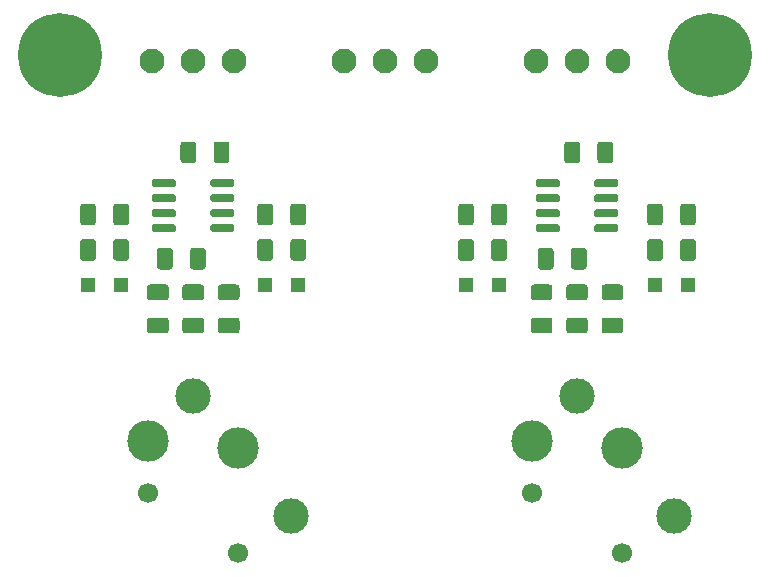
<source format=gbr>
%TF.GenerationSoftware,KiCad,Pcbnew,(5.1.6-0)*%
%TF.CreationDate,2023-04-12T18:51:22-07:00*%
%TF.ProjectId,input_buffer_bal_XLR_SMD_1206,696e7075-745f-4627-9566-6665725f6261,rev?*%
%TF.SameCoordinates,Original*%
%TF.FileFunction,Soldermask,Top*%
%TF.FilePolarity,Negative*%
%FSLAX46Y46*%
G04 Gerber Fmt 4.6, Leading zero omitted, Abs format (unit mm)*
G04 Created by KiCad (PCBNEW (5.1.6-0)) date 2023-04-12 18:51:22*
%MOMM*%
%LPD*%
G01*
G04 APERTURE LIST*
%ADD10R,1.200000X1.200000*%
%ADD11C,0.900000*%
%ADD12C,7.100000*%
%ADD13C,3.000000*%
%ADD14C,1.700000*%
%ADD15C,3.500000*%
%ADD16C,2.100000*%
G04 APERTURE END LIST*
D10*
%TO.C,D4*%
X146900000Y-128250000D03*
X144100000Y-128250000D03*
%TD*%
%TO.C,D3*%
X130900000Y-128250000D03*
X128100000Y-128250000D03*
%TD*%
%TO.C,D2*%
X113900000Y-128250000D03*
X111100000Y-128250000D03*
%TD*%
%TO.C,D1*%
X98900000Y-128250000D03*
X96100000Y-128250000D03*
%TD*%
%TO.C,U2*%
G36*
G01*
X138950000Y-119770000D02*
X138950000Y-119420000D01*
G75*
G02*
X139125000Y-119245000I175000J0D01*
G01*
X140825000Y-119245000D01*
G75*
G02*
X141000000Y-119420000I0J-175000D01*
G01*
X141000000Y-119770000D01*
G75*
G02*
X140825000Y-119945000I-175000J0D01*
G01*
X139125000Y-119945000D01*
G75*
G02*
X138950000Y-119770000I0J175000D01*
G01*
G37*
G36*
G01*
X138950000Y-121040000D02*
X138950000Y-120690000D01*
G75*
G02*
X139125000Y-120515000I175000J0D01*
G01*
X140825000Y-120515000D01*
G75*
G02*
X141000000Y-120690000I0J-175000D01*
G01*
X141000000Y-121040000D01*
G75*
G02*
X140825000Y-121215000I-175000J0D01*
G01*
X139125000Y-121215000D01*
G75*
G02*
X138950000Y-121040000I0J175000D01*
G01*
G37*
G36*
G01*
X138950000Y-122310000D02*
X138950000Y-121960000D01*
G75*
G02*
X139125000Y-121785000I175000J0D01*
G01*
X140825000Y-121785000D01*
G75*
G02*
X141000000Y-121960000I0J-175000D01*
G01*
X141000000Y-122310000D01*
G75*
G02*
X140825000Y-122485000I-175000J0D01*
G01*
X139125000Y-122485000D01*
G75*
G02*
X138950000Y-122310000I0J175000D01*
G01*
G37*
G36*
G01*
X138950000Y-123580000D02*
X138950000Y-123230000D01*
G75*
G02*
X139125000Y-123055000I175000J0D01*
G01*
X140825000Y-123055000D01*
G75*
G02*
X141000000Y-123230000I0J-175000D01*
G01*
X141000000Y-123580000D01*
G75*
G02*
X140825000Y-123755000I-175000J0D01*
G01*
X139125000Y-123755000D01*
G75*
G02*
X138950000Y-123580000I0J175000D01*
G01*
G37*
G36*
G01*
X134000000Y-123580000D02*
X134000000Y-123230000D01*
G75*
G02*
X134175000Y-123055000I175000J0D01*
G01*
X135875000Y-123055000D01*
G75*
G02*
X136050000Y-123230000I0J-175000D01*
G01*
X136050000Y-123580000D01*
G75*
G02*
X135875000Y-123755000I-175000J0D01*
G01*
X134175000Y-123755000D01*
G75*
G02*
X134000000Y-123580000I0J175000D01*
G01*
G37*
G36*
G01*
X134000000Y-122310000D02*
X134000000Y-121960000D01*
G75*
G02*
X134175000Y-121785000I175000J0D01*
G01*
X135875000Y-121785000D01*
G75*
G02*
X136050000Y-121960000I0J-175000D01*
G01*
X136050000Y-122310000D01*
G75*
G02*
X135875000Y-122485000I-175000J0D01*
G01*
X134175000Y-122485000D01*
G75*
G02*
X134000000Y-122310000I0J175000D01*
G01*
G37*
G36*
G01*
X134000000Y-121040000D02*
X134000000Y-120690000D01*
G75*
G02*
X134175000Y-120515000I175000J0D01*
G01*
X135875000Y-120515000D01*
G75*
G02*
X136050000Y-120690000I0J-175000D01*
G01*
X136050000Y-121040000D01*
G75*
G02*
X135875000Y-121215000I-175000J0D01*
G01*
X134175000Y-121215000D01*
G75*
G02*
X134000000Y-121040000I0J175000D01*
G01*
G37*
G36*
G01*
X134000000Y-119770000D02*
X134000000Y-119420000D01*
G75*
G02*
X134175000Y-119245000I175000J0D01*
G01*
X135875000Y-119245000D01*
G75*
G02*
X136050000Y-119420000I0J-175000D01*
G01*
X136050000Y-119770000D01*
G75*
G02*
X135875000Y-119945000I-175000J0D01*
G01*
X134175000Y-119945000D01*
G75*
G02*
X134000000Y-119770000I0J175000D01*
G01*
G37*
%TD*%
%TO.C,U1*%
G36*
G01*
X106450000Y-119770000D02*
X106450000Y-119420000D01*
G75*
G02*
X106625000Y-119245000I175000J0D01*
G01*
X108325000Y-119245000D01*
G75*
G02*
X108500000Y-119420000I0J-175000D01*
G01*
X108500000Y-119770000D01*
G75*
G02*
X108325000Y-119945000I-175000J0D01*
G01*
X106625000Y-119945000D01*
G75*
G02*
X106450000Y-119770000I0J175000D01*
G01*
G37*
G36*
G01*
X106450000Y-121040000D02*
X106450000Y-120690000D01*
G75*
G02*
X106625000Y-120515000I175000J0D01*
G01*
X108325000Y-120515000D01*
G75*
G02*
X108500000Y-120690000I0J-175000D01*
G01*
X108500000Y-121040000D01*
G75*
G02*
X108325000Y-121215000I-175000J0D01*
G01*
X106625000Y-121215000D01*
G75*
G02*
X106450000Y-121040000I0J175000D01*
G01*
G37*
G36*
G01*
X106450000Y-122310000D02*
X106450000Y-121960000D01*
G75*
G02*
X106625000Y-121785000I175000J0D01*
G01*
X108325000Y-121785000D01*
G75*
G02*
X108500000Y-121960000I0J-175000D01*
G01*
X108500000Y-122310000D01*
G75*
G02*
X108325000Y-122485000I-175000J0D01*
G01*
X106625000Y-122485000D01*
G75*
G02*
X106450000Y-122310000I0J175000D01*
G01*
G37*
G36*
G01*
X106450000Y-123580000D02*
X106450000Y-123230000D01*
G75*
G02*
X106625000Y-123055000I175000J0D01*
G01*
X108325000Y-123055000D01*
G75*
G02*
X108500000Y-123230000I0J-175000D01*
G01*
X108500000Y-123580000D01*
G75*
G02*
X108325000Y-123755000I-175000J0D01*
G01*
X106625000Y-123755000D01*
G75*
G02*
X106450000Y-123580000I0J175000D01*
G01*
G37*
G36*
G01*
X101500000Y-123580000D02*
X101500000Y-123230000D01*
G75*
G02*
X101675000Y-123055000I175000J0D01*
G01*
X103375000Y-123055000D01*
G75*
G02*
X103550000Y-123230000I0J-175000D01*
G01*
X103550000Y-123580000D01*
G75*
G02*
X103375000Y-123755000I-175000J0D01*
G01*
X101675000Y-123755000D01*
G75*
G02*
X101500000Y-123580000I0J175000D01*
G01*
G37*
G36*
G01*
X101500000Y-122310000D02*
X101500000Y-121960000D01*
G75*
G02*
X101675000Y-121785000I175000J0D01*
G01*
X103375000Y-121785000D01*
G75*
G02*
X103550000Y-121960000I0J-175000D01*
G01*
X103550000Y-122310000D01*
G75*
G02*
X103375000Y-122485000I-175000J0D01*
G01*
X101675000Y-122485000D01*
G75*
G02*
X101500000Y-122310000I0J175000D01*
G01*
G37*
G36*
G01*
X101500000Y-121040000D02*
X101500000Y-120690000D01*
G75*
G02*
X101675000Y-120515000I175000J0D01*
G01*
X103375000Y-120515000D01*
G75*
G02*
X103550000Y-120690000I0J-175000D01*
G01*
X103550000Y-121040000D01*
G75*
G02*
X103375000Y-121215000I-175000J0D01*
G01*
X101675000Y-121215000D01*
G75*
G02*
X101500000Y-121040000I0J175000D01*
G01*
G37*
G36*
G01*
X101500000Y-119770000D02*
X101500000Y-119420000D01*
G75*
G02*
X101675000Y-119245000I175000J0D01*
G01*
X103375000Y-119245000D01*
G75*
G02*
X103550000Y-119420000I0J-175000D01*
G01*
X103550000Y-119770000D01*
G75*
G02*
X103375000Y-119945000I-175000J0D01*
G01*
X101675000Y-119945000D01*
G75*
G02*
X101500000Y-119770000I0J175000D01*
G01*
G37*
%TD*%
%TO.C,R10*%
G36*
G01*
X141155000Y-129525000D02*
X139845000Y-129525000D01*
G75*
G02*
X139575000Y-129255000I0J270000D01*
G01*
X139575000Y-128445000D01*
G75*
G02*
X139845000Y-128175000I270000J0D01*
G01*
X141155000Y-128175000D01*
G75*
G02*
X141425000Y-128445000I0J-270000D01*
G01*
X141425000Y-129255000D01*
G75*
G02*
X141155000Y-129525000I-270000J0D01*
G01*
G37*
G36*
G01*
X141155000Y-132325000D02*
X139845000Y-132325000D01*
G75*
G02*
X139575000Y-132055000I0J270000D01*
G01*
X139575000Y-131245000D01*
G75*
G02*
X139845000Y-130975000I270000J0D01*
G01*
X141155000Y-130975000D01*
G75*
G02*
X141425000Y-131245000I0J-270000D01*
G01*
X141425000Y-132055000D01*
G75*
G02*
X141155000Y-132325000I-270000J0D01*
G01*
G37*
%TD*%
%TO.C,R9*%
G36*
G01*
X133845000Y-130975000D02*
X135155000Y-130975000D01*
G75*
G02*
X135425000Y-131245000I0J-270000D01*
G01*
X135425000Y-132055000D01*
G75*
G02*
X135155000Y-132325000I-270000J0D01*
G01*
X133845000Y-132325000D01*
G75*
G02*
X133575000Y-132055000I0J270000D01*
G01*
X133575000Y-131245000D01*
G75*
G02*
X133845000Y-130975000I270000J0D01*
G01*
G37*
G36*
G01*
X133845000Y-128175000D02*
X135155000Y-128175000D01*
G75*
G02*
X135425000Y-128445000I0J-270000D01*
G01*
X135425000Y-129255000D01*
G75*
G02*
X135155000Y-129525000I-270000J0D01*
G01*
X133845000Y-129525000D01*
G75*
G02*
X133575000Y-129255000I0J270000D01*
G01*
X133575000Y-128445000D01*
G75*
G02*
X133845000Y-128175000I270000J0D01*
G01*
G37*
%TD*%
%TO.C,R8*%
G36*
G01*
X108655000Y-129525000D02*
X107345000Y-129525000D01*
G75*
G02*
X107075000Y-129255000I0J270000D01*
G01*
X107075000Y-128445000D01*
G75*
G02*
X107345000Y-128175000I270000J0D01*
G01*
X108655000Y-128175000D01*
G75*
G02*
X108925000Y-128445000I0J-270000D01*
G01*
X108925000Y-129255000D01*
G75*
G02*
X108655000Y-129525000I-270000J0D01*
G01*
G37*
G36*
G01*
X108655000Y-132325000D02*
X107345000Y-132325000D01*
G75*
G02*
X107075000Y-132055000I0J270000D01*
G01*
X107075000Y-131245000D01*
G75*
G02*
X107345000Y-130975000I270000J0D01*
G01*
X108655000Y-130975000D01*
G75*
G02*
X108925000Y-131245000I0J-270000D01*
G01*
X108925000Y-132055000D01*
G75*
G02*
X108655000Y-132325000I-270000J0D01*
G01*
G37*
%TD*%
%TO.C,R7*%
G36*
G01*
X101345000Y-130975000D02*
X102655000Y-130975000D01*
G75*
G02*
X102925000Y-131245000I0J-270000D01*
G01*
X102925000Y-132055000D01*
G75*
G02*
X102655000Y-132325000I-270000J0D01*
G01*
X101345000Y-132325000D01*
G75*
G02*
X101075000Y-132055000I0J270000D01*
G01*
X101075000Y-131245000D01*
G75*
G02*
X101345000Y-130975000I270000J0D01*
G01*
G37*
G36*
G01*
X101345000Y-128175000D02*
X102655000Y-128175000D01*
G75*
G02*
X102925000Y-128445000I0J-270000D01*
G01*
X102925000Y-129255000D01*
G75*
G02*
X102655000Y-129525000I-270000J0D01*
G01*
X101345000Y-129525000D01*
G75*
G02*
X101075000Y-129255000I0J270000D01*
G01*
X101075000Y-128445000D01*
G75*
G02*
X101345000Y-128175000I270000J0D01*
G01*
G37*
%TD*%
%TO.C,R6*%
G36*
G01*
X138155000Y-129525000D02*
X136845000Y-129525000D01*
G75*
G02*
X136575000Y-129255000I0J270000D01*
G01*
X136575000Y-128445000D01*
G75*
G02*
X136845000Y-128175000I270000J0D01*
G01*
X138155000Y-128175000D01*
G75*
G02*
X138425000Y-128445000I0J-270000D01*
G01*
X138425000Y-129255000D01*
G75*
G02*
X138155000Y-129525000I-270000J0D01*
G01*
G37*
G36*
G01*
X138155000Y-132325000D02*
X136845000Y-132325000D01*
G75*
G02*
X136575000Y-132055000I0J270000D01*
G01*
X136575000Y-131245000D01*
G75*
G02*
X136845000Y-130975000I270000J0D01*
G01*
X138155000Y-130975000D01*
G75*
G02*
X138425000Y-131245000I0J-270000D01*
G01*
X138425000Y-132055000D01*
G75*
G02*
X138155000Y-132325000I-270000J0D01*
G01*
G37*
%TD*%
%TO.C,R5*%
G36*
G01*
X105655000Y-129525000D02*
X104345000Y-129525000D01*
G75*
G02*
X104075000Y-129255000I0J270000D01*
G01*
X104075000Y-128445000D01*
G75*
G02*
X104345000Y-128175000I270000J0D01*
G01*
X105655000Y-128175000D01*
G75*
G02*
X105925000Y-128445000I0J-270000D01*
G01*
X105925000Y-129255000D01*
G75*
G02*
X105655000Y-129525000I-270000J0D01*
G01*
G37*
G36*
G01*
X105655000Y-132325000D02*
X104345000Y-132325000D01*
G75*
G02*
X104075000Y-132055000I0J270000D01*
G01*
X104075000Y-131245000D01*
G75*
G02*
X104345000Y-130975000I270000J0D01*
G01*
X105655000Y-130975000D01*
G75*
G02*
X105925000Y-131245000I0J-270000D01*
G01*
X105925000Y-132055000D01*
G75*
G02*
X105655000Y-132325000I-270000J0D01*
G01*
G37*
%TD*%
%TO.C,R4*%
G36*
G01*
X146225000Y-125905000D02*
X146225000Y-124595000D01*
G75*
G02*
X146495000Y-124325000I270000J0D01*
G01*
X147305000Y-124325000D01*
G75*
G02*
X147575000Y-124595000I0J-270000D01*
G01*
X147575000Y-125905000D01*
G75*
G02*
X147305000Y-126175000I-270000J0D01*
G01*
X146495000Y-126175000D01*
G75*
G02*
X146225000Y-125905000I0J270000D01*
G01*
G37*
G36*
G01*
X143425000Y-125905000D02*
X143425000Y-124595000D01*
G75*
G02*
X143695000Y-124325000I270000J0D01*
G01*
X144505000Y-124325000D01*
G75*
G02*
X144775000Y-124595000I0J-270000D01*
G01*
X144775000Y-125905000D01*
G75*
G02*
X144505000Y-126175000I-270000J0D01*
G01*
X143695000Y-126175000D01*
G75*
G02*
X143425000Y-125905000I0J270000D01*
G01*
G37*
%TD*%
%TO.C,R3*%
G36*
G01*
X128775000Y-124595000D02*
X128775000Y-125905000D01*
G75*
G02*
X128505000Y-126175000I-270000J0D01*
G01*
X127695000Y-126175000D01*
G75*
G02*
X127425000Y-125905000I0J270000D01*
G01*
X127425000Y-124595000D01*
G75*
G02*
X127695000Y-124325000I270000J0D01*
G01*
X128505000Y-124325000D01*
G75*
G02*
X128775000Y-124595000I0J-270000D01*
G01*
G37*
G36*
G01*
X131575000Y-124595000D02*
X131575000Y-125905000D01*
G75*
G02*
X131305000Y-126175000I-270000J0D01*
G01*
X130495000Y-126175000D01*
G75*
G02*
X130225000Y-125905000I0J270000D01*
G01*
X130225000Y-124595000D01*
G75*
G02*
X130495000Y-124325000I270000J0D01*
G01*
X131305000Y-124325000D01*
G75*
G02*
X131575000Y-124595000I0J-270000D01*
G01*
G37*
%TD*%
%TO.C,R2*%
G36*
G01*
X113225000Y-125905000D02*
X113225000Y-124595000D01*
G75*
G02*
X113495000Y-124325000I270000J0D01*
G01*
X114305000Y-124325000D01*
G75*
G02*
X114575000Y-124595000I0J-270000D01*
G01*
X114575000Y-125905000D01*
G75*
G02*
X114305000Y-126175000I-270000J0D01*
G01*
X113495000Y-126175000D01*
G75*
G02*
X113225000Y-125905000I0J270000D01*
G01*
G37*
G36*
G01*
X110425000Y-125905000D02*
X110425000Y-124595000D01*
G75*
G02*
X110695000Y-124325000I270000J0D01*
G01*
X111505000Y-124325000D01*
G75*
G02*
X111775000Y-124595000I0J-270000D01*
G01*
X111775000Y-125905000D01*
G75*
G02*
X111505000Y-126175000I-270000J0D01*
G01*
X110695000Y-126175000D01*
G75*
G02*
X110425000Y-125905000I0J270000D01*
G01*
G37*
%TD*%
%TO.C,R1*%
G36*
G01*
X96775000Y-124595000D02*
X96775000Y-125905000D01*
G75*
G02*
X96505000Y-126175000I-270000J0D01*
G01*
X95695000Y-126175000D01*
G75*
G02*
X95425000Y-125905000I0J270000D01*
G01*
X95425000Y-124595000D01*
G75*
G02*
X95695000Y-124325000I270000J0D01*
G01*
X96505000Y-124325000D01*
G75*
G02*
X96775000Y-124595000I0J-270000D01*
G01*
G37*
G36*
G01*
X99575000Y-124595000D02*
X99575000Y-125905000D01*
G75*
G02*
X99305000Y-126175000I-270000J0D01*
G01*
X98495000Y-126175000D01*
G75*
G02*
X98225000Y-125905000I0J270000D01*
G01*
X98225000Y-124595000D01*
G75*
G02*
X98495000Y-124325000I270000J0D01*
G01*
X99305000Y-124325000D01*
G75*
G02*
X99575000Y-124595000I0J-270000D01*
G01*
G37*
%TD*%
%TO.C,C8*%
G36*
G01*
X144775000Y-121595000D02*
X144775000Y-122905000D01*
G75*
G02*
X144505000Y-123175000I-270000J0D01*
G01*
X143695000Y-123175000D01*
G75*
G02*
X143425000Y-122905000I0J270000D01*
G01*
X143425000Y-121595000D01*
G75*
G02*
X143695000Y-121325000I270000J0D01*
G01*
X144505000Y-121325000D01*
G75*
G02*
X144775000Y-121595000I0J-270000D01*
G01*
G37*
G36*
G01*
X147575000Y-121595000D02*
X147575000Y-122905000D01*
G75*
G02*
X147305000Y-123175000I-270000J0D01*
G01*
X146495000Y-123175000D01*
G75*
G02*
X146225000Y-122905000I0J270000D01*
G01*
X146225000Y-121595000D01*
G75*
G02*
X146495000Y-121325000I270000J0D01*
G01*
X147305000Y-121325000D01*
G75*
G02*
X147575000Y-121595000I0J-270000D01*
G01*
G37*
%TD*%
%TO.C,C7*%
G36*
G01*
X128775000Y-121595000D02*
X128775000Y-122905000D01*
G75*
G02*
X128505000Y-123175000I-270000J0D01*
G01*
X127695000Y-123175000D01*
G75*
G02*
X127425000Y-122905000I0J270000D01*
G01*
X127425000Y-121595000D01*
G75*
G02*
X127695000Y-121325000I270000J0D01*
G01*
X128505000Y-121325000D01*
G75*
G02*
X128775000Y-121595000I0J-270000D01*
G01*
G37*
G36*
G01*
X131575000Y-121595000D02*
X131575000Y-122905000D01*
G75*
G02*
X131305000Y-123175000I-270000J0D01*
G01*
X130495000Y-123175000D01*
G75*
G02*
X130225000Y-122905000I0J270000D01*
G01*
X130225000Y-121595000D01*
G75*
G02*
X130495000Y-121325000I270000J0D01*
G01*
X131305000Y-121325000D01*
G75*
G02*
X131575000Y-121595000I0J-270000D01*
G01*
G37*
%TD*%
%TO.C,C6*%
G36*
G01*
X111775000Y-121595000D02*
X111775000Y-122905000D01*
G75*
G02*
X111505000Y-123175000I-270000J0D01*
G01*
X110695000Y-123175000D01*
G75*
G02*
X110425000Y-122905000I0J270000D01*
G01*
X110425000Y-121595000D01*
G75*
G02*
X110695000Y-121325000I270000J0D01*
G01*
X111505000Y-121325000D01*
G75*
G02*
X111775000Y-121595000I0J-270000D01*
G01*
G37*
G36*
G01*
X114575000Y-121595000D02*
X114575000Y-122905000D01*
G75*
G02*
X114305000Y-123175000I-270000J0D01*
G01*
X113495000Y-123175000D01*
G75*
G02*
X113225000Y-122905000I0J270000D01*
G01*
X113225000Y-121595000D01*
G75*
G02*
X113495000Y-121325000I270000J0D01*
G01*
X114305000Y-121325000D01*
G75*
G02*
X114575000Y-121595000I0J-270000D01*
G01*
G37*
%TD*%
%TO.C,C5*%
G36*
G01*
X96775000Y-121595000D02*
X96775000Y-122905000D01*
G75*
G02*
X96505000Y-123175000I-270000J0D01*
G01*
X95695000Y-123175000D01*
G75*
G02*
X95425000Y-122905000I0J270000D01*
G01*
X95425000Y-121595000D01*
G75*
G02*
X95695000Y-121325000I270000J0D01*
G01*
X96505000Y-121325000D01*
G75*
G02*
X96775000Y-121595000I0J-270000D01*
G01*
G37*
G36*
G01*
X99575000Y-121595000D02*
X99575000Y-122905000D01*
G75*
G02*
X99305000Y-123175000I-270000J0D01*
G01*
X98495000Y-123175000D01*
G75*
G02*
X98225000Y-122905000I0J270000D01*
G01*
X98225000Y-121595000D01*
G75*
G02*
X98495000Y-121325000I270000J0D01*
G01*
X99305000Y-121325000D01*
G75*
G02*
X99575000Y-121595000I0J-270000D01*
G01*
G37*
%TD*%
%TO.C,C4*%
G36*
G01*
X135525000Y-125345000D02*
X135525000Y-126655000D01*
G75*
G02*
X135255000Y-126925000I-270000J0D01*
G01*
X134445000Y-126925000D01*
G75*
G02*
X134175000Y-126655000I0J270000D01*
G01*
X134175000Y-125345000D01*
G75*
G02*
X134445000Y-125075000I270000J0D01*
G01*
X135255000Y-125075000D01*
G75*
G02*
X135525000Y-125345000I0J-270000D01*
G01*
G37*
G36*
G01*
X138325000Y-125345000D02*
X138325000Y-126655000D01*
G75*
G02*
X138055000Y-126925000I-270000J0D01*
G01*
X137245000Y-126925000D01*
G75*
G02*
X136975000Y-126655000I0J270000D01*
G01*
X136975000Y-125345000D01*
G75*
G02*
X137245000Y-125075000I270000J0D01*
G01*
X138055000Y-125075000D01*
G75*
G02*
X138325000Y-125345000I0J-270000D01*
G01*
G37*
%TD*%
%TO.C,C3*%
G36*
G01*
X103275000Y-125345000D02*
X103275000Y-126655000D01*
G75*
G02*
X103005000Y-126925000I-270000J0D01*
G01*
X102195000Y-126925000D01*
G75*
G02*
X101925000Y-126655000I0J270000D01*
G01*
X101925000Y-125345000D01*
G75*
G02*
X102195000Y-125075000I270000J0D01*
G01*
X103005000Y-125075000D01*
G75*
G02*
X103275000Y-125345000I0J-270000D01*
G01*
G37*
G36*
G01*
X106075000Y-125345000D02*
X106075000Y-126655000D01*
G75*
G02*
X105805000Y-126925000I-270000J0D01*
G01*
X104995000Y-126925000D01*
G75*
G02*
X104725000Y-126655000I0J270000D01*
G01*
X104725000Y-125345000D01*
G75*
G02*
X104995000Y-125075000I270000J0D01*
G01*
X105805000Y-125075000D01*
G75*
G02*
X106075000Y-125345000I0J-270000D01*
G01*
G37*
%TD*%
%TO.C,C2*%
G36*
G01*
X137775000Y-116345000D02*
X137775000Y-117655000D01*
G75*
G02*
X137505000Y-117925000I-270000J0D01*
G01*
X136695000Y-117925000D01*
G75*
G02*
X136425000Y-117655000I0J270000D01*
G01*
X136425000Y-116345000D01*
G75*
G02*
X136695000Y-116075000I270000J0D01*
G01*
X137505000Y-116075000D01*
G75*
G02*
X137775000Y-116345000I0J-270000D01*
G01*
G37*
G36*
G01*
X140575000Y-116345000D02*
X140575000Y-117655000D01*
G75*
G02*
X140305000Y-117925000I-270000J0D01*
G01*
X139495000Y-117925000D01*
G75*
G02*
X139225000Y-117655000I0J270000D01*
G01*
X139225000Y-116345000D01*
G75*
G02*
X139495000Y-116075000I270000J0D01*
G01*
X140305000Y-116075000D01*
G75*
G02*
X140575000Y-116345000I0J-270000D01*
G01*
G37*
%TD*%
%TO.C,C1*%
G36*
G01*
X105275000Y-116345000D02*
X105275000Y-117655000D01*
G75*
G02*
X105005000Y-117925000I-270000J0D01*
G01*
X104195000Y-117925000D01*
G75*
G02*
X103925000Y-117655000I0J270000D01*
G01*
X103925000Y-116345000D01*
G75*
G02*
X104195000Y-116075000I270000J0D01*
G01*
X105005000Y-116075000D01*
G75*
G02*
X105275000Y-116345000I0J-270000D01*
G01*
G37*
G36*
G01*
X108075000Y-116345000D02*
X108075000Y-117655000D01*
G75*
G02*
X107805000Y-117925000I-270000J0D01*
G01*
X106995000Y-117925000D01*
G75*
G02*
X106725000Y-117655000I0J270000D01*
G01*
X106725000Y-116345000D01*
G75*
G02*
X106995000Y-116075000I270000J0D01*
G01*
X107805000Y-116075000D01*
G75*
G02*
X108075000Y-116345000I0J-270000D01*
G01*
G37*
%TD*%
D11*
%TO.C,H2*%
X150606155Y-106893845D03*
X148750000Y-106125000D03*
X146893845Y-106893845D03*
X146125000Y-108750000D03*
X146893845Y-110606155D03*
X148750000Y-111375000D03*
X150606155Y-110606155D03*
X151375000Y-108750000D03*
D12*
X148750000Y-108750000D03*
%TD*%
D11*
%TO.C,H1*%
X95606155Y-106893845D03*
X93750000Y-106125000D03*
X91893845Y-106893845D03*
X91125000Y-108750000D03*
X91893845Y-110606155D03*
X93750000Y-111375000D03*
X95606155Y-110606155D03*
X96375000Y-108750000D03*
D12*
X93750000Y-108750000D03*
%TD*%
D13*
%TO.C,J2*%
X145750000Y-147760000D03*
D14*
X133690000Y-145850000D03*
X141310000Y-150930000D03*
D13*
X137500000Y-137590000D03*
D15*
X133690000Y-141405000D03*
X141310000Y-142040000D03*
%TD*%
D13*
%TO.C,J1*%
X113250000Y-147760000D03*
D14*
X101190000Y-145850000D03*
X108810000Y-150930000D03*
D13*
X105000000Y-137590000D03*
D15*
X101190000Y-141405000D03*
X108810000Y-142040000D03*
%TD*%
D16*
%TO.C,J5*%
X134000000Y-109250000D03*
X137500000Y-109250000D03*
X141000000Y-109250000D03*
%TD*%
%TO.C,J4*%
X101500000Y-109250000D03*
X105000000Y-109250000D03*
X108500000Y-109250000D03*
%TD*%
%TO.C,J3*%
X117750000Y-109250000D03*
X121250000Y-109250000D03*
X124750000Y-109250000D03*
%TD*%
M02*

</source>
